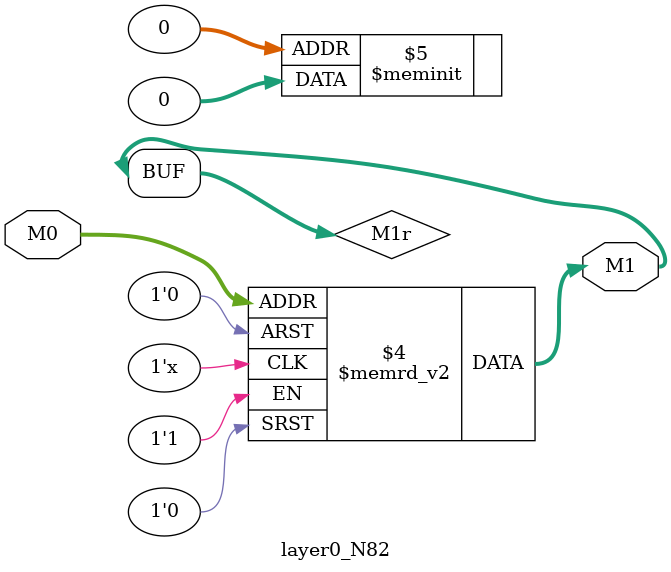
<source format=v>
module layer0_N82 ( input [3:0] M0, output [1:0] M1 );

	(*rom_style = "distributed" *) reg [1:0] M1r;
	assign M1 = M1r;
	always @ (M0) begin
		case (M0)
			4'b0000: M1r = 2'b00;
			4'b1000: M1r = 2'b00;
			4'b0100: M1r = 2'b00;
			4'b1100: M1r = 2'b00;
			4'b0010: M1r = 2'b00;
			4'b1010: M1r = 2'b00;
			4'b0110: M1r = 2'b00;
			4'b1110: M1r = 2'b00;
			4'b0001: M1r = 2'b00;
			4'b1001: M1r = 2'b00;
			4'b0101: M1r = 2'b00;
			4'b1101: M1r = 2'b00;
			4'b0011: M1r = 2'b00;
			4'b1011: M1r = 2'b00;
			4'b0111: M1r = 2'b00;
			4'b1111: M1r = 2'b00;

		endcase
	end
endmodule

</source>
